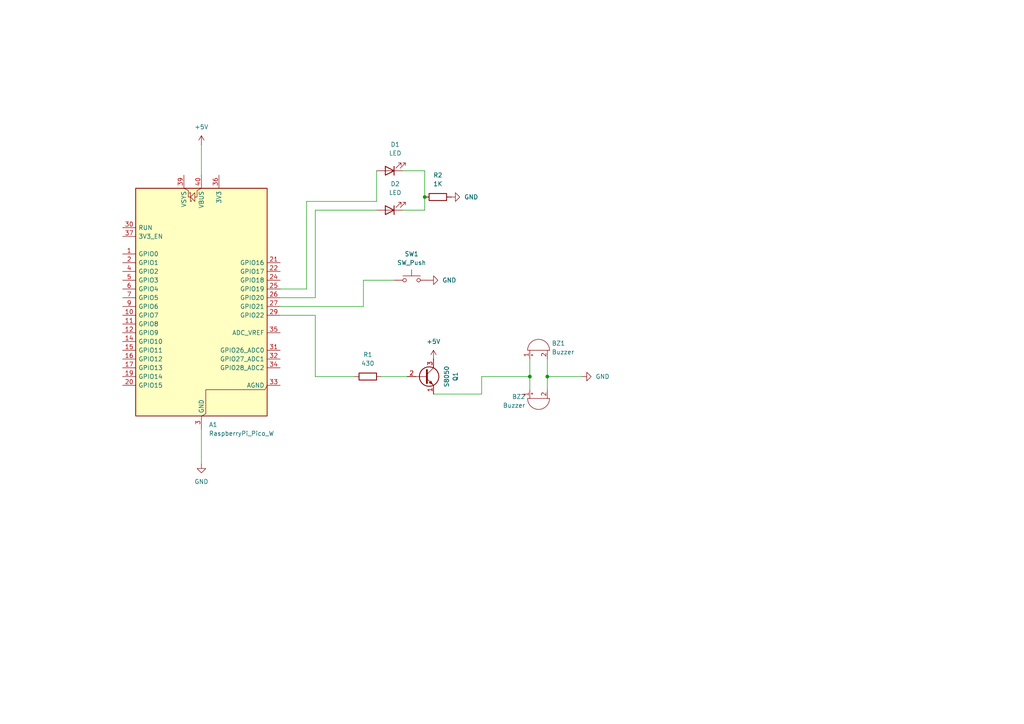
<source format=kicad_sch>
(kicad_sch (version 20250114) (generator "eeschema") (generator_version "9.0")
  (paper "A4")
  (lib_symbols
    (symbol "Device:Buzzer" (pin_names (offset 0.0254) (hide yes))
      (property "Reference" "BZ" (at 3.81 1.27 0))
      (property "Value" "Buzzer" (at 3.81 -1.27 0))
      (symbol "Buzzer_0_1"
        (polyline (pts (xy -1.651 1.905) (xy -1.143 1.905)))
        (polyline (pts (xy -1.397 2.159) (xy -1.397 1.651)))
        (arc (start 0 3.175) (mid 3.1612 0) (end 0 -3.175))
        (polyline (pts (xy 0 3.175) (xy 0 -3.175)))
      )
      (symbol "Buzzer_1_1"
        (pin passive line (at -2.54 2.54 0) (length 2.54) (name "+") (number "1"))
        (pin passive line (at -2.54 -2.54 0) (length 2.54) (name "-") (number "2"))
      )
    )
    (symbol "Device:LED" (pin_numbers (hide yes)) (pin_names (offset 1.016) (hide yes))
      (property "Reference" "D" (at 0 2.54 0))
      (property "Value" "LED" (at 0 -2.54 0))
      (symbol "LED_0_1"
        (polyline (pts (xy -3.048 -0.762) (xy -4.572 -2.286) (xy -3.81 -2.286) (xy -4.572 -2.286) (xy -4.572 -1.524)))
        (polyline (pts (xy -1.778 -0.762) (xy -3.302 -2.286) (xy -2.54 -2.286) (xy -3.302 -2.286) (xy -3.302 -1.524)))
        (polyline (pts (xy -1.27 0) (xy 1.27 0)))
        (polyline (pts (xy -1.27 -1.27) (xy -1.27 1.27)) (stroke (width 0.254)))
        (polyline (pts (xy 1.27 -1.27) (xy 1.27 1.27) (xy -1.27 0) (xy 1.27 -1.27)) (stroke (width 0.254)))
      )
      (symbol "LED_1_1"
        (pin passive line (at -3.81 0 0) (length 2.54) (name "K") (number "1"))
        (pin passive line (at 3.81 0 180) (length 2.54) (name "A") (number "2"))
      )
    )
    (symbol "Device:R" (pin_numbers (hide yes)) (pin_names (offset 0))
      (property "Reference" "R" (at 2.032 0 90))
      (property "Value" "R" (at 0 0 90))
      (symbol "R_0_1"
        (rectangle (start -1.016 -2.54) (end 1.016 2.54) (stroke (width 0.254)))
      )
      (symbol "R_1_1"
        (pin passive line (at 0 3.81 270) (length 1.27) (name "~") (number "1"))
        (pin passive line (at 0 -3.81 90) (length 1.27) (name "~") (number "2"))
      )
    )
    (symbol "MCU_Module:RaspberryPi_Pico_W" (pin_names (offset 0.762))
      (property "Reference" "A" (at -19.05 35.56 0))
      (property "Value" "RaspberryPi_Pico_W" (at 7.62 35.56 0))
      (symbol "RaspberryPi_Pico_W_0_1"
        (rectangle (start -19.05 34.29) (end 19.05 -31.75) (stroke (width 0.254)) (fill (type background)))
        (polyline (pts (xy -5.08 34.29) (xy -3.81 33.655) (xy -3.81 31.75) (xy -3.175 31.75)))
        (polyline (pts (xy -3.429 32.766) (xy -3.429 33.02) (xy -3.175 33.02) (xy -3.175 30.48) (xy -2.921 30.48) (xy -2.921 30.734)))
        (polyline (pts (xy -3.175 31.75) (xy -1.905 33.02) (xy -1.905 30.48) (xy -3.175 31.75)))
        (polyline (pts (xy 0 34.29) (xy -1.27 33.655) (xy -1.27 31.75) (xy -1.905 31.75)))
        (polyline (pts (xy 0 -31.75) (xy 1.27 -31.115) (xy 1.27 -24.13) (xy 18.415 -24.13) (xy 19.05 -22.86)))
      )
      (symbol "RaspberryPi_Pico_W_1_1"
        (pin passive line (at -22.86 22.86 0) (length 3.81) (name "RUN") (number "30"))
        (pin passive line (at -22.86 20.32 0) (length 3.81) (name "3V3_EN") (number "37"))
        (pin bidirectional line (at -22.86 15.24 0) (length 3.81) (name "GPIO0") (number "1"))
        (pin bidirectional line (at -22.86 12.7 0) (length 3.81) (name "GPIO1") (number "2"))
        (pin bidirectional line (at -22.86 10.16 0) (length 3.81) (name "GPIO2") (number "4"))
        (pin bidirectional line (at -22.86 7.62 0) (length 3.81) (name "GPIO3") (number "5"))
        (pin bidirectional line (at -22.86 5.08 0) (length 3.81) (name "GPIO4") (number "6"))
        (pin bidirectional line (at -22.86 2.54 0) (length 3.81) (name "GPIO5") (number "7"))
        (pin bidirectional line (at -22.86 0 0) (length 3.81) (name "GPIO6") (number "9"))
        (pin bidirectional line (at -22.86 -2.54 0) (length 3.81) (name "GPIO7") (number "10"))
        (pin bidirectional line (at -22.86 -5.08 0) (length 3.81) (name "GPIO8") (number "11"))
        (pin bidirectional line (at -22.86 -7.62 0) (length 3.81) (name "GPIO9") (number "12"))
        (pin bidirectional line (at -22.86 -10.16 0) (length 3.81) (name "GPIO10") (number "14"))
        (pin bidirectional line (at -22.86 -12.7 0) (length 3.81) (name "GPIO11") (number "15"))
        (pin bidirectional line (at -22.86 -15.24 0) (length 3.81) (name "GPIO12") (number "16"))
        (pin bidirectional line (at -22.86 -17.78 0) (length 3.81) (name "GPIO13") (number "17"))
        (pin bidirectional line (at -22.86 -20.32 0) (length 3.81) (name "GPIO14") (number "19"))
        (pin bidirectional line (at -22.86 -22.86 0) (length 3.81) (name "GPIO15") (number "20"))
        (pin power_in line (at -5.08 38.1 270) (length 3.81) (name "VSYS") (number "39"))
        (pin power_out line (at 0 38.1 270) (length 3.81) (name "VBUS") (number "40"))
        (pin passive line (at 0 -35.56 90) (length 3.81) (hide yes) (name "GND") (number "13"))
        (pin passive line (at 0 -35.56 90) (length 3.81) (hide yes) (name "GND") (number "18"))
        (pin passive line (at 0 -35.56 90) (length 3.81) (hide yes) (name "GND") (number "23"))
        (pin passive line (at 0 -35.56 90) (length 3.81) (hide yes) (name "GND") (number "28"))
        (pin power_out line (at 0 -35.56 90) (length 3.81) (name "GND") (number "3"))
        (pin passive line (at 0 -35.56 90) (length 3.81) (hide yes) (name "GND") (number "38"))
        (pin passive line (at 0 -35.56 90) (length 3.81) (hide yes) (name "GND") (number "8"))
        (pin power_out line (at 5.08 38.1 270) (length 3.81) (name "3V3") (number "36"))
        (pin bidirectional line (at 22.86 12.7 180) (length 3.81) (name "GPIO16") (number "21"))
        (pin bidirectional line (at 22.86 10.16 180) (length 3.81) (name "GPIO17") (number "22"))
        (pin bidirectional line (at 22.86 7.62 180) (length 3.81) (name "GPIO18") (number "24"))
        (pin bidirectional line (at 22.86 5.08 180) (length 3.81) (name "GPIO19") (number "25"))
        (pin bidirectional line (at 22.86 2.54 180) (length 3.81) (name "GPIO20") (number "26"))
        (pin bidirectional line (at 22.86 0 180) (length 3.81) (name "GPIO21") (number "27"))
        (pin bidirectional line (at 22.86 -2.54 180) (length 3.81) (name "GPIO22") (number "29"))
        (pin power_in line (at 22.86 -7.62 180) (length 3.81) (name "ADC_VREF") (number "35"))
        (pin bidirectional line (at 22.86 -12.7 180) (length 3.81) (name "GPIO26_ADC0") (number "31"))
        (pin bidirectional line (at 22.86 -15.24 180) (length 3.81) (name "GPIO27_ADC1") (number "32"))
        (pin bidirectional line (at 22.86 -17.78 180) (length 3.81) (name "GPIO28_ADC2") (number "34"))
        (pin power_out line (at 22.86 -22.86 180) (length 3.81) (name "AGND") (number "33"))
      )
    )
    (symbol "Switch:SW_Push" (pin_numbers (hide yes)) (pin_names (offset 1.016) (hide yes))
      (property "Reference" "SW" (at 1.27 2.54 0))
      (property "Value" "SW_Push" (at 0 -1.524 0))
      (symbol "SW_Push_0_1"
        (circle (center -2.032 0) (radius 0.508))
        (polyline (pts (xy 0 1.27) (xy 0 3.048)))
        (circle (center 2.032 0) (radius 0.508))
        (polyline (pts (xy 2.54 1.27) (xy -2.54 1.27)))
        (pin passive line (at -5.08 0 0) (length 2.54) (name "1") (number "1"))
        (pin passive line (at 5.08 0 180) (length 2.54) (name "2") (number "2"))
      )
    )
    (symbol "Transistor_BJT:S8050" (pin_names (offset 0) (hide yes))
      (property "Reference" "Q" (at 5.08 1.905 0))
      (property "Value" "S8050" (at 5.08 0 0))
      (symbol "S8050_0_1"
        (polyline (pts (xy -2.54 0) (xy 0.635 0)))
        (polyline (pts (xy 0.635 1.905) (xy 0.635 -1.905)) (stroke (width 0.508)))
        (circle (center 1.27 0) (radius 2.8194) (stroke (width 0.254)))
      )
      (symbol "S8050_1_1"
        (polyline (pts (xy 0.635 0.635) (xy 2.54 2.54)))
        (polyline (pts (xy 0.635 -0.635) (xy 2.54 -2.54)))
        (polyline (pts (xy 1.27 -1.778) (xy 1.778 -1.27) (xy 2.286 -2.286) (xy 1.27 -1.778)) (fill (type outline)))
        (pin input line (at -5.08 0 0) (length 2.54) (name "B") (number "2"))
        (pin passive line (at 2.54 5.08 270) (length 2.54) (name "C") (number "3"))
        (pin passive line (at 2.54 -5.08 90) (length 2.54) (name "E") (number "1"))
      )
    )
    (symbol "power:+5V" (power) (pin_numbers (hide yes)) (pin_names (offset 0) (hide yes))
      (property "Value" "+5V" (at 0 3.556 0))
      (symbol "+5V_0_1"
        (polyline (pts (xy -0.762 1.27) (xy 0 2.54)))
        (polyline (pts (xy 0 2.54) (xy 0.762 1.27)))
        (polyline (pts (xy 0 0) (xy 0 2.54)))
      )
      (symbol "+5V_1_1"
        (pin power_in line (at 0 0 90) (length 0) (name "~") (number "1"))
      )
    )
    (symbol "power:GND" (power) (pin_numbers (hide yes)) (pin_names (offset 0) (hide yes))
      (property "Value" "GND" (at 0 -3.81 0))
      (symbol "GND_0_1"
        (polyline (pts (xy 0 0) (xy 0 -1.27) (xy 1.27 -1.27) (xy 0 -2.54) (xy -1.27 -1.27) (xy 0 -1.27)))
      )
      (symbol "GND_1_1"
        (pin power_in line (at 0 0 270) (length 0) (name "~") (number "1"))
      )
    )
  )
  (junction (at 158.75 109.22))
  (junction (at 123.19 57.15))
  (junction (at 153.67 109.22))
  (wire (pts (xy 88.9 58.42) (xy 109.22 58.42)))
  (wire (pts (xy 139.7 114.3) (xy 139.7 109.22)))
  (wire (pts (xy 118.11 109.22) (xy 110.49 109.22)))
  (wire (pts (xy 158.75 104.14) (xy 158.75 109.22)))
  (wire (pts (xy 91.44 109.22) (xy 91.44 91.44)))
  (wire (pts (xy 88.9 83.82) (xy 88.9 58.42)))
  (wire (pts (xy 116.84 49.53) (xy 123.19 49.53)))
  (wire (pts (xy 139.7 109.22) (xy 153.67 109.22)))
  (wire (pts (xy 58.42 41.91) (xy 58.42 50.8)))
  (wire (pts (xy 105.41 81.28) (xy 105.41 88.9)))
  (wire (pts (xy 123.19 60.96) (xy 123.19 57.15)))
  (wire (pts (xy 105.41 81.28) (xy 114.3 81.28)))
  (wire (pts (xy 91.44 91.44) (xy 81.28 91.44)))
  (wire (pts (xy 109.22 49.53) (xy 109.22 58.42)))
  (wire (pts (xy 116.84 60.96) (xy 123.19 60.96)))
  (wire (pts (xy 153.67 104.14) (xy 153.67 109.22)))
  (wire (pts (xy 91.44 60.96) (xy 109.22 60.96)))
  (wire (pts (xy 81.28 86.36) (xy 91.44 86.36)))
  (wire (pts (xy 105.41 88.9) (xy 81.28 88.9)))
  (wire (pts (xy 91.44 86.36) (xy 91.44 60.96)))
  (wire (pts (xy 91.44 109.22) (xy 102.87 109.22)))
  (wire (pts (xy 168.91 109.22) (xy 158.75 109.22)))
  (wire (pts (xy 58.42 124.46) (xy 58.42 134.62)))
  (wire (pts (xy 153.67 109.22) (xy 153.67 113.03)))
  (wire (pts (xy 125.73 114.3) (xy 139.7 114.3)))
  (wire (pts (xy 123.19 49.53) (xy 123.19 57.15)))
  (wire (pts (xy 158.75 109.22) (xy 158.75 113.03)))
  (wire (pts (xy 81.28 83.82) (xy 88.9 83.82)))
  (symbol (lib_id "power:+5V") (at 125.73 104.14 0) (unit 1)
    (property "Reference" "#PWR04" (effects (hide yes)))
    (property "Value" "+5V" (at 125.73 99.06 0))
    (property "Description" "Power symbol creates a global label with name \"+5V\"" (effects (hide yes)))
  )
  (symbol (lib_id "power:GND") (at 58.42 134.62 0) (mirror y) (unit 1)
    (property "Reference" "#PWR01" (effects (hide yes)))
    (property "Value" "GND" (at 58.42 139.7 0))
    (property "Description" "Power symbol creates a global label with name \"GND\" , ground" (effects (hide yes)))
  )
  (symbol (lib_id "Device:R") (at 106.68 109.22 270) (unit 1)
    (property "Reference" "R1" (at 106.68 102.87 90))
    (property "Value" "430" (at 106.68 105.41 90))
    (property "Footprint" "Resistor_THT:R_Axial_DIN0207_L6.3mm_D2.5mm_P7.62mm_Horizontal" (effects (hide yes)))
    (property "Description" "Resistor" (effects (hide yes)))
  )
  (symbol (lib_id "Device:LED") (at 113.03 49.53 180) (unit 1)
    (property "Reference" "D1" (at 114.6175 41.91 0))
    (property "Value" "LED" (at 114.6175 44.45 0))
    (property "Footprint" "LED_THT:LED_D2.0mm_W4.0mm_H2.8mm_FlatTop" (effects (hide yes)))
    (property "Description" "Light emitting diode" (effects (hide yes)))
    (property "Sim.Pins" "1=K 2=A" (effects (hide yes)))
  )
  (symbol (lib_id "MCU_Module:RaspberryPi_Pico_W") (at 58.42 88.9 0) (unit 1) (on_board no)
    (property "Reference" "A1" (at 60.5633 123.19 0) (effects (justify left)))
    (property "Value" "RaspberryPi_Pico_W" (at 60.5633 125.73 0) (effects (justify left)))
    (property "Footprint" "Module:RaspberryPi_Pico_W_SMD_HandSolder" (effects (hide yes)))
    (property "Datasheet" "https://datasheets.raspberrypi.com/picow/pico-w-datasheet.pdf" (effects (hide yes)))
    (property "Description" "Versatile and inexpensive wireless microcontroller module powered by RP2040 dual-core Arm Cortex-M0+ processor up to 133 MHz, 264kB SRAM, 2MB QSPI flash, Infineon CYW43439 2.4GHz 802.11n wireless LAN; also supports Raspberry Pi Pico 2 W" (effects (hide yes)))
  )
  (symbol (lib_id "Device:R") (at 127 57.15 90) (unit 1)
    (property "Reference" "R2" (at 127 50.8 90))
    (property "Value" "1K" (at 127 53.34 90))
    (property "Footprint" "Resistor_THT:R_Axial_DIN0207_L6.3mm_D2.5mm_P7.62mm_Horizontal" (effects (hide yes)))
    (property "Description" "Resistor" (effects (hide yes)))
  )
  (symbol (lib_id "power:+5V") (at 58.42 41.91 0) (unit 1)
    (property "Reference" "#PWR03" (effects (hide yes)))
    (property "Value" "+5V" (at 58.42 36.83 0))
    (property "Description" "Power symbol creates a global label with name \"+5V\"" (effects (hide yes)))
  )
  (symbol (lib_id "power:GND") (at 124.46 81.28 90) (unit 1)
    (property "Reference" "#PWR05" (effects (hide yes)))
    (property "Value" "GND" (at 128.27 81.2799 90) (effects (justify right)))
    (property "Description" "Power symbol creates a global label with name \"GND\" , ground" (effects (hide yes)))
  )
  (symbol (lib_id "power:GND") (at 130.81 57.15 90) (unit 1)
    (property "Reference" "#PWR06" (effects (hide yes)))
    (property "Value" "GND" (at 134.62 57.1499 90) (effects (justify right)))
    (property "Description" "Power symbol creates a global label with name \"GND\" , ground" (effects (hide yes)))
  )
  (symbol (lib_id "Transistor_BJT:S8050") (at 123.19 109.22 0) (unit 1)
    (property "Reference" "Q1" (at 132.08 109.22 90))
    (property "Value" "S8050" (at 129.54 109.22 90))
    (property "Footprint" "Package_TO_SOT_THT:TO-92_Inline" (effects (hide yes)))
    (property "Datasheet" "http://www.unisonic.com.tw/datasheet/S8050.pdf" (effects (hide yes)))
    (property "Description" "0.7A Ic, 20V Vce, Low Voltage High Current NPN Transistor, TO-92" (effects (hide yes)))
  )
  (symbol (lib_id "Switch:SW_Push") (at 119.38 81.28 0) (unit 1)
    (property "Reference" "SW1" (at 119.38 73.66 0))
    (property "Value" "SW_Push" (at 119.38 76.2 0))
    (property "Footprint" "Button_Switch_THT:SW_PUSH_6mm_H8mm" (effects (hide yes)))
    (property "Description" "Push button switch, generic, two pins" (effects (hide yes)))
  )
  (symbol (lib_id "Device:Buzzer") (at 156.21 101.6 90) (unit 1)
    (property "Reference" "BZ1" (at 160.02 99.5748 90) (effects (justify right)))
    (property "Value" "Buzzer" (at 160.02 102.1148 90) (effects (justify right)))
    (property "Footprint" "JC-Library:Buzzer-TMB12A05" (effects (hide yes)))
    (property "Description" "Buzzer, polarized" (effects (hide yes)))
  )
  (symbol (lib_id "Device:Buzzer") (at 156.21 115.57 90) (mirror x) (unit 1)
    (property "Reference" "BZ2" (at 152.4 115.055 90) (effects (justify left)))
    (property "Value" "Buzzer" (at 152.4 117.595 90) (effects (justify left)))
    (property "Footprint" "JC-Library:Buzzer-TMB12A05" (effects (hide yes)))
    (property "Description" "Buzzer, polarized" (effects (hide yes)))
  )
  (symbol (lib_id "power:GND") (at 168.91 109.22 90) (unit 1)
    (property "Reference" "#PWR02" (effects (hide yes)))
    (property "Value" "GND" (at 172.72 109.2199 90) (effects (justify right)))
    (property "Description" "Power symbol creates a global label with name \"GND\" , ground" (effects (hide yes)))
  )
  (symbol (lib_id "Device:LED") (at 113.03 60.96 180) (unit 1)
    (property "Reference" "D2" (at 114.6175 53.34 0))
    (property "Value" "LED" (at 114.6175 55.88 0))
    (property "Footprint" "LED_THT:LED_D2.0mm_W4.0mm_H2.8mm_FlatTop" (effects (hide yes)))
    (property "Description" "Light emitting diode" (effects (hide yes)))
    (property "Sim.Pins" "1=K 2=A" (effects (hide yes)))
  )
)
</source>
